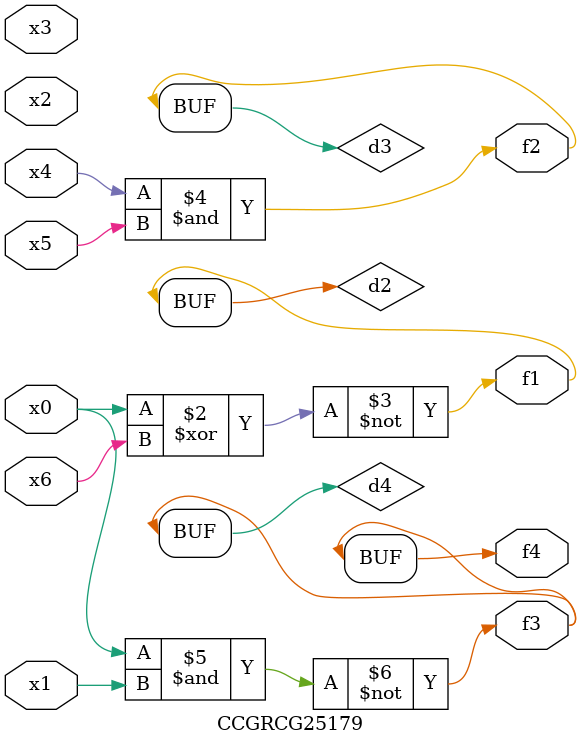
<source format=v>
module CCGRCG25179(
	input x0, x1, x2, x3, x4, x5, x6,
	output f1, f2, f3, f4
);

	wire d1, d2, d3, d4;

	nor (d1, x0);
	xnor (d2, x0, x6);
	and (d3, x4, x5);
	nand (d4, x0, x1);
	assign f1 = d2;
	assign f2 = d3;
	assign f3 = d4;
	assign f4 = d4;
endmodule

</source>
